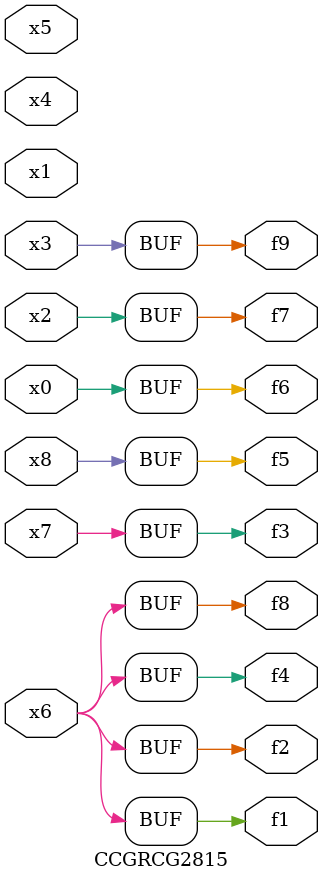
<source format=v>
module CCGRCG2815(
	input x0, x1, x2, x3, x4, x5, x6, x7, x8,
	output f1, f2, f3, f4, f5, f6, f7, f8, f9
);
	assign f1 = x6;
	assign f2 = x6;
	assign f3 = x7;
	assign f4 = x6;
	assign f5 = x8;
	assign f6 = x0;
	assign f7 = x2;
	assign f8 = x6;
	assign f9 = x3;
endmodule

</source>
